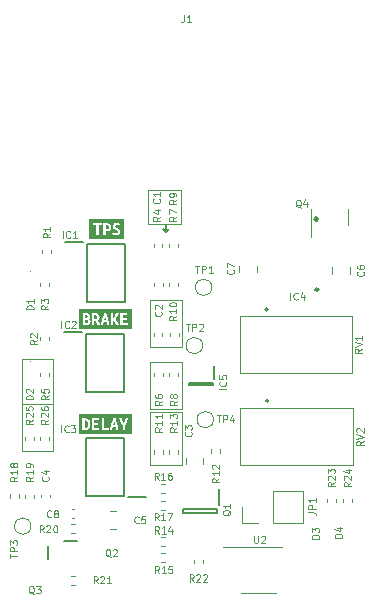
<source format=gbr>
%TF.GenerationSoftware,KiCad,Pcbnew,(6.0.8)*%
%TF.CreationDate,2023-06-01T04:31:02+02:00*%
%TF.ProjectId,BSPD-07,42535044-2d30-4372-9e6b-696361645f70,rev?*%
%TF.SameCoordinates,Original*%
%TF.FileFunction,Legend,Top*%
%TF.FilePolarity,Positive*%
%FSLAX46Y46*%
G04 Gerber Fmt 4.6, Leading zero omitted, Abs format (unit mm)*
G04 Created by KiCad (PCBNEW (6.0.8)) date 2023-06-01 04:31:02*
%MOMM*%
%LPD*%
G01*
G04 APERTURE LIST*
%ADD10C,0.150000*%
%ADD11C,0.100000*%
%ADD12C,0.120000*%
%ADD13C,0.200000*%
%ADD14C,0.250000*%
%ADD15C,0.300000*%
G04 APERTURE END LIST*
D10*
X162201600Y-104165400D02*
X162455600Y-103860600D01*
X161947600Y-103860600D02*
X162201600Y-104165400D01*
X162201600Y-103555800D02*
X162201600Y-104165400D01*
D11*
X160880800Y-109931200D02*
X163522400Y-109931200D01*
X163522400Y-109931200D02*
X163522400Y-113893600D01*
X163522400Y-113893600D02*
X160880800Y-113893600D01*
X160880800Y-113893600D02*
X160880800Y-109931200D01*
X160677600Y-100558600D02*
X163471600Y-100558600D01*
X163471600Y-100558600D02*
X163471600Y-103505000D01*
X163471600Y-103505000D02*
X160677600Y-103505000D01*
X160677600Y-103505000D02*
X160677600Y-100558600D01*
X150009600Y-114922300D02*
X152651200Y-114922300D01*
X152651200Y-114922300D02*
X152651200Y-118681500D01*
X152651200Y-118681500D02*
X150009600Y-118681500D01*
X150009600Y-118681500D02*
X150009600Y-114922300D01*
X160880800Y-119405400D02*
X163522400Y-119405400D01*
X163522400Y-119405400D02*
X163522400Y-123875800D01*
X163522400Y-123875800D02*
X160880800Y-123875800D01*
X160880800Y-123875800D02*
X160880800Y-119405400D01*
X160880800Y-115163600D02*
X163522400Y-115163600D01*
X163522400Y-115163600D02*
X163522400Y-119126000D01*
X163522400Y-119126000D02*
X160880800Y-119126000D01*
X160880800Y-119126000D02*
X160880800Y-115163600D01*
X150009600Y-118694200D02*
X152651200Y-118694200D01*
X152651200Y-118694200D02*
X152651200Y-122732800D01*
X152651200Y-122732800D02*
X150009600Y-122732800D01*
X150009600Y-122732800D02*
X150009600Y-118694200D01*
%TO.C,TP2*%
X163901457Y-111914028D02*
X164244314Y-111914028D01*
X164072885Y-112514028D02*
X164072885Y-111914028D01*
X164444314Y-112514028D02*
X164444314Y-111914028D01*
X164672885Y-111914028D01*
X164730028Y-111942600D01*
X164758600Y-111971171D01*
X164787171Y-112028314D01*
X164787171Y-112114028D01*
X164758600Y-112171171D01*
X164730028Y-112199742D01*
X164672885Y-112228314D01*
X164444314Y-112228314D01*
X165015742Y-111971171D02*
X165044314Y-111942600D01*
X165101457Y-111914028D01*
X165244314Y-111914028D01*
X165301457Y-111942600D01*
X165330028Y-111971171D01*
X165358600Y-112028314D01*
X165358600Y-112085457D01*
X165330028Y-112171171D01*
X164987171Y-112514028D01*
X165358600Y-112514028D01*
%TO.C,R18*%
X149620628Y-124864800D02*
X149334914Y-125064800D01*
X149620628Y-125207657D02*
X149020628Y-125207657D01*
X149020628Y-124979086D01*
X149049200Y-124921943D01*
X149077771Y-124893371D01*
X149134914Y-124864800D01*
X149220628Y-124864800D01*
X149277771Y-124893371D01*
X149306342Y-124921943D01*
X149334914Y-124979086D01*
X149334914Y-125207657D01*
X149620628Y-124293371D02*
X149620628Y-124636228D01*
X149620628Y-124464800D02*
X149020628Y-124464800D01*
X149106342Y-124521943D01*
X149163485Y-124579086D01*
X149192057Y-124636228D01*
X149277771Y-123950514D02*
X149249200Y-124007657D01*
X149220628Y-124036228D01*
X149163485Y-124064800D01*
X149134914Y-124064800D01*
X149077771Y-124036228D01*
X149049200Y-124007657D01*
X149020628Y-123950514D01*
X149020628Y-123836228D01*
X149049200Y-123779086D01*
X149077771Y-123750514D01*
X149134914Y-123721943D01*
X149163485Y-123721943D01*
X149220628Y-123750514D01*
X149249200Y-123779086D01*
X149277771Y-123836228D01*
X149277771Y-123950514D01*
X149306342Y-124007657D01*
X149334914Y-124036228D01*
X149392057Y-124064800D01*
X149506342Y-124064800D01*
X149563485Y-124036228D01*
X149592057Y-124007657D01*
X149620628Y-123950514D01*
X149620628Y-123836228D01*
X149592057Y-123779086D01*
X149563485Y-123750514D01*
X149506342Y-123721943D01*
X149392057Y-123721943D01*
X149334914Y-123750514D01*
X149306342Y-123779086D01*
X149277771Y-123836228D01*
%TO.C,R23*%
X176493828Y-125353714D02*
X176208114Y-125553714D01*
X176493828Y-125696571D02*
X175893828Y-125696571D01*
X175893828Y-125468000D01*
X175922400Y-125410857D01*
X175950971Y-125382285D01*
X176008114Y-125353714D01*
X176093828Y-125353714D01*
X176150971Y-125382285D01*
X176179542Y-125410857D01*
X176208114Y-125468000D01*
X176208114Y-125696571D01*
X175950971Y-125125142D02*
X175922400Y-125096571D01*
X175893828Y-125039428D01*
X175893828Y-124896571D01*
X175922400Y-124839428D01*
X175950971Y-124810857D01*
X176008114Y-124782285D01*
X176065257Y-124782285D01*
X176150971Y-124810857D01*
X176493828Y-125153714D01*
X176493828Y-124782285D01*
X175893828Y-124582285D02*
X175893828Y-124210857D01*
X176122400Y-124410857D01*
X176122400Y-124325142D01*
X176150971Y-124268000D01*
X176179542Y-124239428D01*
X176236685Y-124210857D01*
X176379542Y-124210857D01*
X176436685Y-124239428D01*
X176465257Y-124268000D01*
X176493828Y-124325142D01*
X176493828Y-124496571D01*
X176465257Y-124553714D01*
X176436685Y-124582285D01*
%TO.C,R15*%
X161614685Y-133037228D02*
X161414685Y-132751514D01*
X161271828Y-133037228D02*
X161271828Y-132437228D01*
X161500400Y-132437228D01*
X161557542Y-132465800D01*
X161586114Y-132494371D01*
X161614685Y-132551514D01*
X161614685Y-132637228D01*
X161586114Y-132694371D01*
X161557542Y-132722942D01*
X161500400Y-132751514D01*
X161271828Y-132751514D01*
X162186114Y-133037228D02*
X161843257Y-133037228D01*
X162014685Y-133037228D02*
X162014685Y-132437228D01*
X161957542Y-132522942D01*
X161900400Y-132580085D01*
X161843257Y-132608657D01*
X162728971Y-132437228D02*
X162443257Y-132437228D01*
X162414685Y-132722942D01*
X162443257Y-132694371D01*
X162500400Y-132665800D01*
X162643257Y-132665800D01*
X162700400Y-132694371D01*
X162728971Y-132722942D01*
X162757542Y-132780085D01*
X162757542Y-132922942D01*
X162728971Y-132980085D01*
X162700400Y-133008657D01*
X162643257Y-133037228D01*
X162500400Y-133037228D01*
X162443257Y-133008657D01*
X162414685Y-132980085D01*
%TO.C,C5*%
X159891800Y-128763685D02*
X159863228Y-128792257D01*
X159777514Y-128820828D01*
X159720371Y-128820828D01*
X159634657Y-128792257D01*
X159577514Y-128735114D01*
X159548942Y-128677971D01*
X159520371Y-128563685D01*
X159520371Y-128477971D01*
X159548942Y-128363685D01*
X159577514Y-128306542D01*
X159634657Y-128249400D01*
X159720371Y-128220828D01*
X159777514Y-128220828D01*
X159863228Y-128249400D01*
X159891800Y-128277971D01*
X160434657Y-128220828D02*
X160148942Y-128220828D01*
X160120371Y-128506542D01*
X160148942Y-128477971D01*
X160206085Y-128449400D01*
X160348942Y-128449400D01*
X160406085Y-128477971D01*
X160434657Y-128506542D01*
X160463228Y-128563685D01*
X160463228Y-128706542D01*
X160434657Y-128763685D01*
X160406085Y-128792257D01*
X160348942Y-128820828D01*
X160206085Y-128820828D01*
X160148942Y-128792257D01*
X160120371Y-128763685D01*
%TO.C,D2*%
X150942228Y-118324257D02*
X150342228Y-118324257D01*
X150342228Y-118181400D01*
X150370800Y-118095685D01*
X150427942Y-118038542D01*
X150485085Y-118009971D01*
X150599371Y-117981400D01*
X150685085Y-117981400D01*
X150799371Y-118009971D01*
X150856514Y-118038542D01*
X150913657Y-118095685D01*
X150942228Y-118181400D01*
X150942228Y-118324257D01*
X150399371Y-117752828D02*
X150370800Y-117724257D01*
X150342228Y-117667114D01*
X150342228Y-117524257D01*
X150370800Y-117467114D01*
X150399371Y-117438542D01*
X150456514Y-117409971D01*
X150513657Y-117409971D01*
X150599371Y-117438542D01*
X150942228Y-117781400D01*
X150942228Y-117409971D01*
%TO.C,R4*%
X161711028Y-102843000D02*
X161425314Y-103043000D01*
X161711028Y-103185857D02*
X161111028Y-103185857D01*
X161111028Y-102957285D01*
X161139600Y-102900142D01*
X161168171Y-102871571D01*
X161225314Y-102843000D01*
X161311028Y-102843000D01*
X161368171Y-102871571D01*
X161396742Y-102900142D01*
X161425314Y-102957285D01*
X161425314Y-103185857D01*
X161311028Y-102328714D02*
X161711028Y-102328714D01*
X161082457Y-102471571D02*
X161511028Y-102614428D01*
X161511028Y-102243000D01*
%TO.C,RV1*%
X178779828Y-114022142D02*
X178494114Y-114222142D01*
X178779828Y-114365000D02*
X178179828Y-114365000D01*
X178179828Y-114136428D01*
X178208400Y-114079285D01*
X178236971Y-114050714D01*
X178294114Y-114022142D01*
X178379828Y-114022142D01*
X178436971Y-114050714D01*
X178465542Y-114079285D01*
X178494114Y-114136428D01*
X178494114Y-114365000D01*
X178179828Y-113850714D02*
X178779828Y-113650714D01*
X178179828Y-113450714D01*
X178779828Y-112936428D02*
X178779828Y-113279285D01*
X178779828Y-113107857D02*
X178179828Y-113107857D01*
X178265542Y-113165000D01*
X178322685Y-113222142D01*
X178351257Y-113279285D01*
%TO.C,IC1*%
X153462485Y-104665428D02*
X153462485Y-104065428D01*
X154091057Y-104608285D02*
X154062485Y-104636857D01*
X153976771Y-104665428D01*
X153919628Y-104665428D01*
X153833914Y-104636857D01*
X153776771Y-104579714D01*
X153748200Y-104522571D01*
X153719628Y-104408285D01*
X153719628Y-104322571D01*
X153748200Y-104208285D01*
X153776771Y-104151142D01*
X153833914Y-104094000D01*
X153919628Y-104065428D01*
X153976771Y-104065428D01*
X154062485Y-104094000D01*
X154091057Y-104122571D01*
X154662485Y-104665428D02*
X154319628Y-104665428D01*
X154491057Y-104665428D02*
X154491057Y-104065428D01*
X154433914Y-104151142D01*
X154376771Y-104208285D01*
X154319628Y-104236857D01*
%TO.C,C4*%
X152230485Y-124864800D02*
X152259057Y-124893371D01*
X152287628Y-124979085D01*
X152287628Y-125036228D01*
X152259057Y-125121942D01*
X152201914Y-125179085D01*
X152144771Y-125207657D01*
X152030485Y-125236228D01*
X151944771Y-125236228D01*
X151830485Y-125207657D01*
X151773342Y-125179085D01*
X151716200Y-125121942D01*
X151687628Y-125036228D01*
X151687628Y-124979085D01*
X151716200Y-124893371D01*
X151744771Y-124864800D01*
X151887628Y-124350514D02*
X152287628Y-124350514D01*
X151659057Y-124493371D02*
X152087628Y-124636228D01*
X152087628Y-124264800D01*
%TO.C,C3*%
X164320885Y-121080200D02*
X164349457Y-121108771D01*
X164378028Y-121194485D01*
X164378028Y-121251628D01*
X164349457Y-121337342D01*
X164292314Y-121394485D01*
X164235171Y-121423057D01*
X164120885Y-121451628D01*
X164035171Y-121451628D01*
X163920885Y-121423057D01*
X163863742Y-121394485D01*
X163806600Y-121337342D01*
X163778028Y-121251628D01*
X163778028Y-121194485D01*
X163806600Y-121108771D01*
X163835171Y-121080200D01*
X163778028Y-120880200D02*
X163778028Y-120508771D01*
X164006600Y-120708771D01*
X164006600Y-120623057D01*
X164035171Y-120565914D01*
X164063742Y-120537342D01*
X164120885Y-120508771D01*
X164263742Y-120508771D01*
X164320885Y-120537342D01*
X164349457Y-120565914D01*
X164378028Y-120623057D01*
X164378028Y-120794485D01*
X164349457Y-120851628D01*
X164320885Y-120880200D01*
%TO.C,R5*%
X152262228Y-117981400D02*
X151976514Y-118181400D01*
X152262228Y-118324257D02*
X151662228Y-118324257D01*
X151662228Y-118095685D01*
X151690800Y-118038542D01*
X151719371Y-118009971D01*
X151776514Y-117981400D01*
X151862228Y-117981400D01*
X151919371Y-118009971D01*
X151947942Y-118038542D01*
X151976514Y-118095685D01*
X151976514Y-118324257D01*
X151662228Y-117438542D02*
X151662228Y-117724257D01*
X151947942Y-117752828D01*
X151919371Y-117724257D01*
X151890800Y-117667114D01*
X151890800Y-117524257D01*
X151919371Y-117467114D01*
X151947942Y-117438542D01*
X152005085Y-117409971D01*
X152147942Y-117409971D01*
X152205085Y-117438542D01*
X152233657Y-117467114D01*
X152262228Y-117524257D01*
X152262228Y-117667114D01*
X152233657Y-117724257D01*
X152205085Y-117752828D01*
%TO.C,R12*%
X166696228Y-124998114D02*
X166410514Y-125198114D01*
X166696228Y-125340971D02*
X166096228Y-125340971D01*
X166096228Y-125112400D01*
X166124800Y-125055257D01*
X166153371Y-125026685D01*
X166210514Y-124998114D01*
X166296228Y-124998114D01*
X166353371Y-125026685D01*
X166381942Y-125055257D01*
X166410514Y-125112400D01*
X166410514Y-125340971D01*
X166696228Y-124426685D02*
X166696228Y-124769542D01*
X166696228Y-124598114D02*
X166096228Y-124598114D01*
X166181942Y-124655257D01*
X166239085Y-124712400D01*
X166267657Y-124769542D01*
X166153371Y-124198114D02*
X166124800Y-124169542D01*
X166096228Y-124112400D01*
X166096228Y-123969542D01*
X166124800Y-123912400D01*
X166153371Y-123883828D01*
X166210514Y-123855257D01*
X166267657Y-123855257D01*
X166353371Y-123883828D01*
X166696228Y-124226685D01*
X166696228Y-123855257D01*
%TO.C,R7*%
X163082628Y-102843000D02*
X162796914Y-103043000D01*
X163082628Y-103185857D02*
X162482628Y-103185857D01*
X162482628Y-102957285D01*
X162511200Y-102900142D01*
X162539771Y-102871571D01*
X162596914Y-102843000D01*
X162682628Y-102843000D01*
X162739771Y-102871571D01*
X162768342Y-102900142D01*
X162796914Y-102957285D01*
X162796914Y-103185857D01*
X162482628Y-102643000D02*
X162482628Y-102243000D01*
X163082628Y-102500142D01*
%TO.C,R20*%
X151859085Y-129582828D02*
X151659085Y-129297114D01*
X151516228Y-129582828D02*
X151516228Y-128982828D01*
X151744800Y-128982828D01*
X151801942Y-129011400D01*
X151830514Y-129039971D01*
X151859085Y-129097114D01*
X151859085Y-129182828D01*
X151830514Y-129239971D01*
X151801942Y-129268542D01*
X151744800Y-129297114D01*
X151516228Y-129297114D01*
X152087657Y-129039971D02*
X152116228Y-129011400D01*
X152173371Y-128982828D01*
X152316228Y-128982828D01*
X152373371Y-129011400D01*
X152401942Y-129039971D01*
X152430514Y-129097114D01*
X152430514Y-129154257D01*
X152401942Y-129239971D01*
X152059085Y-129582828D01*
X152430514Y-129582828D01*
X152801942Y-128982828D02*
X152859085Y-128982828D01*
X152916228Y-129011400D01*
X152944800Y-129039971D01*
X152973371Y-129097114D01*
X153001942Y-129211400D01*
X153001942Y-129354257D01*
X152973371Y-129468542D01*
X152944800Y-129525685D01*
X152916228Y-129554257D01*
X152859085Y-129582828D01*
X152801942Y-129582828D01*
X152744800Y-129554257D01*
X152716228Y-129525685D01*
X152687657Y-129468542D01*
X152659085Y-129354257D01*
X152659085Y-129211400D01*
X152687657Y-129097114D01*
X152716228Y-129039971D01*
X152744800Y-129011400D01*
X152801942Y-128982828D01*
%TO.C,D4*%
X177103428Y-130033657D02*
X176503428Y-130033657D01*
X176503428Y-129890800D01*
X176532000Y-129805085D01*
X176589142Y-129747942D01*
X176646285Y-129719371D01*
X176760571Y-129690800D01*
X176846285Y-129690800D01*
X176960571Y-129719371D01*
X177017714Y-129747942D01*
X177074857Y-129805085D01*
X177103428Y-129890800D01*
X177103428Y-130033657D01*
X176703428Y-129176514D02*
X177103428Y-129176514D01*
X176474857Y-129319371D02*
X176903428Y-129462228D01*
X176903428Y-129090800D01*
%TO.C,D3*%
X175173028Y-130135257D02*
X174573028Y-130135257D01*
X174573028Y-129992400D01*
X174601600Y-129906685D01*
X174658742Y-129849542D01*
X174715885Y-129820971D01*
X174830171Y-129792400D01*
X174915885Y-129792400D01*
X175030171Y-129820971D01*
X175087314Y-129849542D01*
X175144457Y-129906685D01*
X175173028Y-129992400D01*
X175173028Y-130135257D01*
X174573028Y-129592400D02*
X174573028Y-129220971D01*
X174801600Y-129420971D01*
X174801600Y-129335257D01*
X174830171Y-129278114D01*
X174858742Y-129249542D01*
X174915885Y-129220971D01*
X175058742Y-129220971D01*
X175115885Y-129249542D01*
X175144457Y-129278114D01*
X175173028Y-129335257D01*
X175173028Y-129506685D01*
X175144457Y-129563828D01*
X175115885Y-129592400D01*
%TO.C,R11*%
X161863428Y-120705514D02*
X161577714Y-120905514D01*
X161863428Y-121048371D02*
X161263428Y-121048371D01*
X161263428Y-120819800D01*
X161292000Y-120762657D01*
X161320571Y-120734085D01*
X161377714Y-120705514D01*
X161463428Y-120705514D01*
X161520571Y-120734085D01*
X161549142Y-120762657D01*
X161577714Y-120819800D01*
X161577714Y-121048371D01*
X161863428Y-120134085D02*
X161863428Y-120476942D01*
X161863428Y-120305514D02*
X161263428Y-120305514D01*
X161349142Y-120362657D01*
X161406285Y-120419800D01*
X161434857Y-120476942D01*
X161863428Y-119562657D02*
X161863428Y-119905514D01*
X161863428Y-119734085D02*
X161263428Y-119734085D01*
X161349142Y-119791228D01*
X161406285Y-119848371D01*
X161434857Y-119905514D01*
%TO.C,R21*%
X156431085Y-133900828D02*
X156231085Y-133615114D01*
X156088228Y-133900828D02*
X156088228Y-133300828D01*
X156316800Y-133300828D01*
X156373942Y-133329400D01*
X156402514Y-133357971D01*
X156431085Y-133415114D01*
X156431085Y-133500828D01*
X156402514Y-133557971D01*
X156373942Y-133586542D01*
X156316800Y-133615114D01*
X156088228Y-133615114D01*
X156659657Y-133357971D02*
X156688228Y-133329400D01*
X156745371Y-133300828D01*
X156888228Y-133300828D01*
X156945371Y-133329400D01*
X156973942Y-133357971D01*
X157002514Y-133415114D01*
X157002514Y-133472257D01*
X156973942Y-133557971D01*
X156631085Y-133900828D01*
X157002514Y-133900828D01*
X157573942Y-133900828D02*
X157231085Y-133900828D01*
X157402514Y-133900828D02*
X157402514Y-133300828D01*
X157345371Y-133386542D01*
X157288228Y-133443685D01*
X157231085Y-133472257D01*
%TO.C,IC2*%
X153360885Y-112285428D02*
X153360885Y-111685428D01*
X153989457Y-112228285D02*
X153960885Y-112256857D01*
X153875171Y-112285428D01*
X153818028Y-112285428D01*
X153732314Y-112256857D01*
X153675171Y-112199714D01*
X153646600Y-112142571D01*
X153618028Y-112028285D01*
X153618028Y-111942571D01*
X153646600Y-111828285D01*
X153675171Y-111771142D01*
X153732314Y-111714000D01*
X153818028Y-111685428D01*
X153875171Y-111685428D01*
X153960885Y-111714000D01*
X153989457Y-111742571D01*
X154218028Y-111742571D02*
X154246600Y-111714000D01*
X154303742Y-111685428D01*
X154446600Y-111685428D01*
X154503742Y-111714000D01*
X154532314Y-111742571D01*
X154560885Y-111799714D01*
X154560885Y-111856857D01*
X154532314Y-111942571D01*
X154189457Y-112285428D01*
X154560885Y-112285428D01*
%TO.C,IC4*%
X172741085Y-109897828D02*
X172741085Y-109297828D01*
X173369657Y-109840685D02*
X173341085Y-109869257D01*
X173255371Y-109897828D01*
X173198228Y-109897828D01*
X173112514Y-109869257D01*
X173055371Y-109812114D01*
X173026800Y-109754971D01*
X172998228Y-109640685D01*
X172998228Y-109554971D01*
X173026800Y-109440685D01*
X173055371Y-109383542D01*
X173112514Y-109326400D01*
X173198228Y-109297828D01*
X173255371Y-109297828D01*
X173341085Y-109326400D01*
X173369657Y-109354971D01*
X173883942Y-109497828D02*
X173883942Y-109897828D01*
X173741085Y-109269257D02*
X173598228Y-109697828D01*
X173969657Y-109697828D01*
%TO.C,C2*%
X161780885Y-110894800D02*
X161809457Y-110923371D01*
X161838028Y-111009085D01*
X161838028Y-111066228D01*
X161809457Y-111151942D01*
X161752314Y-111209085D01*
X161695171Y-111237657D01*
X161580885Y-111266228D01*
X161495171Y-111266228D01*
X161380885Y-111237657D01*
X161323742Y-111209085D01*
X161266600Y-111151942D01*
X161238028Y-111066228D01*
X161238028Y-111009085D01*
X161266600Y-110923371D01*
X161295171Y-110894800D01*
X161295171Y-110666228D02*
X161266600Y-110637657D01*
X161238028Y-110580514D01*
X161238028Y-110437657D01*
X161266600Y-110380514D01*
X161295171Y-110351942D01*
X161352314Y-110323371D01*
X161409457Y-110323371D01*
X161495171Y-110351942D01*
X161838028Y-110694800D01*
X161838028Y-110323371D01*
%TO.C,D1*%
X150992228Y-110704257D02*
X150392228Y-110704257D01*
X150392228Y-110561400D01*
X150420800Y-110475685D01*
X150477942Y-110418542D01*
X150535085Y-110389971D01*
X150649371Y-110361400D01*
X150735085Y-110361400D01*
X150849371Y-110389971D01*
X150906514Y-110418542D01*
X150963657Y-110475685D01*
X150992228Y-110561400D01*
X150992228Y-110704257D01*
X150992228Y-109789971D02*
X150992228Y-110132828D01*
X150992228Y-109961400D02*
X150392228Y-109961400D01*
X150477942Y-110018542D01*
X150535085Y-110075685D01*
X150563657Y-110132828D01*
%TO.C,C6*%
X178929485Y-107516600D02*
X178958057Y-107545171D01*
X178986628Y-107630885D01*
X178986628Y-107688028D01*
X178958057Y-107773742D01*
X178900914Y-107830885D01*
X178843771Y-107859457D01*
X178729485Y-107888028D01*
X178643771Y-107888028D01*
X178529485Y-107859457D01*
X178472342Y-107830885D01*
X178415200Y-107773742D01*
X178386628Y-107688028D01*
X178386628Y-107630885D01*
X178415200Y-107545171D01*
X178443771Y-107516600D01*
X178386628Y-107002314D02*
X178386628Y-107116600D01*
X178415200Y-107173742D01*
X178443771Y-107202314D01*
X178529485Y-107259457D01*
X178643771Y-107288028D01*
X178872342Y-107288028D01*
X178929485Y-107259457D01*
X178958057Y-107230885D01*
X178986628Y-107173742D01*
X178986628Y-107059457D01*
X178958057Y-107002314D01*
X178929485Y-106973742D01*
X178872342Y-106945171D01*
X178729485Y-106945171D01*
X178672342Y-106973742D01*
X178643771Y-107002314D01*
X178615200Y-107059457D01*
X178615200Y-107173742D01*
X178643771Y-107230885D01*
X178672342Y-107259457D01*
X178729485Y-107288028D01*
%TO.C,R9*%
X163082628Y-101420600D02*
X162796914Y-101620600D01*
X163082628Y-101763457D02*
X162482628Y-101763457D01*
X162482628Y-101534885D01*
X162511200Y-101477742D01*
X162539771Y-101449171D01*
X162596914Y-101420600D01*
X162682628Y-101420600D01*
X162739771Y-101449171D01*
X162768342Y-101477742D01*
X162796914Y-101534885D01*
X162796914Y-101763457D01*
X163082628Y-101134885D02*
X163082628Y-101020600D01*
X163054057Y-100963457D01*
X163025485Y-100934885D01*
X162939771Y-100877742D01*
X162825485Y-100849171D01*
X162596914Y-100849171D01*
X162539771Y-100877742D01*
X162511200Y-100906314D01*
X162482628Y-100963457D01*
X162482628Y-101077742D01*
X162511200Y-101134885D01*
X162539771Y-101163457D01*
X162596914Y-101192028D01*
X162739771Y-101192028D01*
X162796914Y-101163457D01*
X162825485Y-101134885D01*
X162854057Y-101077742D01*
X162854057Y-100963457D01*
X162825485Y-100906314D01*
X162796914Y-100877742D01*
X162739771Y-100849171D01*
%TO.C,IC5*%
X167331228Y-117451114D02*
X166731228Y-117451114D01*
X167274085Y-116822542D02*
X167302657Y-116851114D01*
X167331228Y-116936828D01*
X167331228Y-116993971D01*
X167302657Y-117079685D01*
X167245514Y-117136828D01*
X167188371Y-117165400D01*
X167074085Y-117193971D01*
X166988371Y-117193971D01*
X166874085Y-117165400D01*
X166816942Y-117136828D01*
X166759800Y-117079685D01*
X166731228Y-116993971D01*
X166731228Y-116936828D01*
X166759800Y-116851114D01*
X166788371Y-116822542D01*
X166731228Y-116279685D02*
X166731228Y-116565400D01*
X167016942Y-116593971D01*
X166988371Y-116565400D01*
X166959800Y-116508257D01*
X166959800Y-116365400D01*
X166988371Y-116308257D01*
X167016942Y-116279685D01*
X167074085Y-116251114D01*
X167216942Y-116251114D01*
X167274085Y-116279685D01*
X167302657Y-116308257D01*
X167331228Y-116365400D01*
X167331228Y-116508257D01*
X167302657Y-116565400D01*
X167274085Y-116593971D01*
%TO.C,IC3*%
X153335485Y-121124628D02*
X153335485Y-120524628D01*
X153964057Y-121067485D02*
X153935485Y-121096057D01*
X153849771Y-121124628D01*
X153792628Y-121124628D01*
X153706914Y-121096057D01*
X153649771Y-121038914D01*
X153621200Y-120981771D01*
X153592628Y-120867485D01*
X153592628Y-120781771D01*
X153621200Y-120667485D01*
X153649771Y-120610342D01*
X153706914Y-120553200D01*
X153792628Y-120524628D01*
X153849771Y-120524628D01*
X153935485Y-120553200D01*
X153964057Y-120581771D01*
X154164057Y-120524628D02*
X154535485Y-120524628D01*
X154335485Y-120753200D01*
X154421200Y-120753200D01*
X154478342Y-120781771D01*
X154506914Y-120810342D01*
X154535485Y-120867485D01*
X154535485Y-121010342D01*
X154506914Y-121067485D01*
X154478342Y-121096057D01*
X154421200Y-121124628D01*
X154249771Y-121124628D01*
X154192628Y-121096057D01*
X154164057Y-121067485D01*
%TO.C,TP1*%
X164695657Y-107011828D02*
X165038514Y-107011828D01*
X164867085Y-107611828D02*
X164867085Y-107011828D01*
X165238514Y-107611828D02*
X165238514Y-107011828D01*
X165467085Y-107011828D01*
X165524228Y-107040400D01*
X165552800Y-107068971D01*
X165581371Y-107126114D01*
X165581371Y-107211828D01*
X165552800Y-107268971D01*
X165524228Y-107297542D01*
X165467085Y-107326114D01*
X165238514Y-107326114D01*
X166152800Y-107611828D02*
X165809942Y-107611828D01*
X165981371Y-107611828D02*
X165981371Y-107011828D01*
X165924228Y-107097542D01*
X165867085Y-107154685D01*
X165809942Y-107183257D01*
%TO.C,U2*%
X169669257Y-129897228D02*
X169669257Y-130382942D01*
X169697828Y-130440085D01*
X169726400Y-130468657D01*
X169783542Y-130497228D01*
X169897828Y-130497228D01*
X169954971Y-130468657D01*
X169983542Y-130440085D01*
X170012114Y-130382942D01*
X170012114Y-129897228D01*
X170269257Y-129954371D02*
X170297828Y-129925800D01*
X170354971Y-129897228D01*
X170497828Y-129897228D01*
X170554971Y-129925800D01*
X170583542Y-129954371D01*
X170612114Y-130011514D01*
X170612114Y-130068657D01*
X170583542Y-130154371D01*
X170240685Y-130497228D01*
X170612114Y-130497228D01*
%TO.C,R26*%
X152211428Y-120045114D02*
X151925714Y-120245114D01*
X152211428Y-120387971D02*
X151611428Y-120387971D01*
X151611428Y-120159400D01*
X151640000Y-120102257D01*
X151668571Y-120073685D01*
X151725714Y-120045114D01*
X151811428Y-120045114D01*
X151868571Y-120073685D01*
X151897142Y-120102257D01*
X151925714Y-120159400D01*
X151925714Y-120387971D01*
X151668571Y-119816542D02*
X151640000Y-119787971D01*
X151611428Y-119730828D01*
X151611428Y-119587971D01*
X151640000Y-119530828D01*
X151668571Y-119502257D01*
X151725714Y-119473685D01*
X151782857Y-119473685D01*
X151868571Y-119502257D01*
X152211428Y-119845114D01*
X152211428Y-119473685D01*
X151611428Y-118959400D02*
X151611428Y-119073685D01*
X151640000Y-119130828D01*
X151668571Y-119159400D01*
X151754285Y-119216542D01*
X151868571Y-119245114D01*
X152097142Y-119245114D01*
X152154285Y-119216542D01*
X152182857Y-119187971D01*
X152211428Y-119130828D01*
X152211428Y-119016542D01*
X152182857Y-118959400D01*
X152154285Y-118930828D01*
X152097142Y-118902257D01*
X151954285Y-118902257D01*
X151897142Y-118930828D01*
X151868571Y-118959400D01*
X151840000Y-119016542D01*
X151840000Y-119130828D01*
X151868571Y-119187971D01*
X151897142Y-119216542D01*
X151954285Y-119245114D01*
%TO.C,R10*%
X163082628Y-111256714D02*
X162796914Y-111456714D01*
X163082628Y-111599571D02*
X162482628Y-111599571D01*
X162482628Y-111371000D01*
X162511200Y-111313857D01*
X162539771Y-111285285D01*
X162596914Y-111256714D01*
X162682628Y-111256714D01*
X162739771Y-111285285D01*
X162768342Y-111313857D01*
X162796914Y-111371000D01*
X162796914Y-111599571D01*
X163082628Y-110685285D02*
X163082628Y-111028142D01*
X163082628Y-110856714D02*
X162482628Y-110856714D01*
X162568342Y-110913857D01*
X162625485Y-110971000D01*
X162654057Y-111028142D01*
X162482628Y-110313857D02*
X162482628Y-110256714D01*
X162511200Y-110199571D01*
X162539771Y-110171000D01*
X162596914Y-110142428D01*
X162711200Y-110113857D01*
X162854057Y-110113857D01*
X162968342Y-110142428D01*
X163025485Y-110171000D01*
X163054057Y-110199571D01*
X163082628Y-110256714D01*
X163082628Y-110313857D01*
X163054057Y-110371000D01*
X163025485Y-110399571D01*
X162968342Y-110428142D01*
X162854057Y-110456714D01*
X162711200Y-110456714D01*
X162596914Y-110428142D01*
X162539771Y-110399571D01*
X162511200Y-110371000D01*
X162482628Y-110313857D01*
%TO.C,RV2*%
X178932228Y-121845342D02*
X178646514Y-122045342D01*
X178932228Y-122188200D02*
X178332228Y-122188200D01*
X178332228Y-121959628D01*
X178360800Y-121902485D01*
X178389371Y-121873914D01*
X178446514Y-121845342D01*
X178532228Y-121845342D01*
X178589371Y-121873914D01*
X178617942Y-121902485D01*
X178646514Y-121959628D01*
X178646514Y-122188200D01*
X178332228Y-121673914D02*
X178932228Y-121473914D01*
X178332228Y-121273914D01*
X178389371Y-121102485D02*
X178360800Y-121073914D01*
X178332228Y-121016771D01*
X178332228Y-120873914D01*
X178360800Y-120816771D01*
X178389371Y-120788200D01*
X178446514Y-120759628D01*
X178503657Y-120759628D01*
X178589371Y-120788200D01*
X178932228Y-121131057D01*
X178932228Y-120759628D01*
%TO.C,R16*%
X161587285Y-125137828D02*
X161387285Y-124852114D01*
X161244428Y-125137828D02*
X161244428Y-124537828D01*
X161473000Y-124537828D01*
X161530142Y-124566400D01*
X161558714Y-124594971D01*
X161587285Y-124652114D01*
X161587285Y-124737828D01*
X161558714Y-124794971D01*
X161530142Y-124823542D01*
X161473000Y-124852114D01*
X161244428Y-124852114D01*
X162158714Y-125137828D02*
X161815857Y-125137828D01*
X161987285Y-125137828D02*
X161987285Y-124537828D01*
X161930142Y-124623542D01*
X161873000Y-124680685D01*
X161815857Y-124709257D01*
X162673000Y-124537828D02*
X162558714Y-124537828D01*
X162501571Y-124566400D01*
X162473000Y-124594971D01*
X162415857Y-124680685D01*
X162387285Y-124794971D01*
X162387285Y-125023542D01*
X162415857Y-125080685D01*
X162444428Y-125109257D01*
X162501571Y-125137828D01*
X162615857Y-125137828D01*
X162673000Y-125109257D01*
X162701571Y-125080685D01*
X162730142Y-125023542D01*
X162730142Y-124880685D01*
X162701571Y-124823542D01*
X162673000Y-124794971D01*
X162615857Y-124766400D01*
X162501571Y-124766400D01*
X162444428Y-124794971D01*
X162415857Y-124823542D01*
X162387285Y-124880685D01*
%TO.C,TP3*%
X148995228Y-131719542D02*
X148995228Y-131376685D01*
X149595228Y-131548114D02*
X148995228Y-131548114D01*
X149595228Y-131176685D02*
X148995228Y-131176685D01*
X148995228Y-130948114D01*
X149023800Y-130890971D01*
X149052371Y-130862400D01*
X149109514Y-130833828D01*
X149195228Y-130833828D01*
X149252371Y-130862400D01*
X149280942Y-130890971D01*
X149309514Y-130948114D01*
X149309514Y-131176685D01*
X148995228Y-130633828D02*
X148995228Y-130262400D01*
X149223800Y-130462400D01*
X149223800Y-130376685D01*
X149252371Y-130319542D01*
X149280942Y-130290971D01*
X149338085Y-130262400D01*
X149480942Y-130262400D01*
X149538085Y-130290971D01*
X149566657Y-130319542D01*
X149595228Y-130376685D01*
X149595228Y-130548114D01*
X149566657Y-130605257D01*
X149538085Y-130633828D01*
%TO.C,R14*%
X161614685Y-129684428D02*
X161414685Y-129398714D01*
X161271828Y-129684428D02*
X161271828Y-129084428D01*
X161500400Y-129084428D01*
X161557542Y-129113000D01*
X161586114Y-129141571D01*
X161614685Y-129198714D01*
X161614685Y-129284428D01*
X161586114Y-129341571D01*
X161557542Y-129370142D01*
X161500400Y-129398714D01*
X161271828Y-129398714D01*
X162186114Y-129684428D02*
X161843257Y-129684428D01*
X162014685Y-129684428D02*
X162014685Y-129084428D01*
X161957542Y-129170142D01*
X161900400Y-129227285D01*
X161843257Y-129255857D01*
X162700400Y-129284428D02*
X162700400Y-129684428D01*
X162557542Y-129055857D02*
X162414685Y-129484428D01*
X162786114Y-129484428D01*
%TO.C,R8*%
X163140228Y-118438600D02*
X162854514Y-118638600D01*
X163140228Y-118781457D02*
X162540228Y-118781457D01*
X162540228Y-118552885D01*
X162568800Y-118495742D01*
X162597371Y-118467171D01*
X162654514Y-118438600D01*
X162740228Y-118438600D01*
X162797371Y-118467171D01*
X162825942Y-118495742D01*
X162854514Y-118552885D01*
X162854514Y-118781457D01*
X162797371Y-118095742D02*
X162768800Y-118152885D01*
X162740228Y-118181457D01*
X162683085Y-118210028D01*
X162654514Y-118210028D01*
X162597371Y-118181457D01*
X162568800Y-118152885D01*
X162540228Y-118095742D01*
X162540228Y-117981457D01*
X162568800Y-117924314D01*
X162597371Y-117895742D01*
X162654514Y-117867171D01*
X162683085Y-117867171D01*
X162740228Y-117895742D01*
X162768800Y-117924314D01*
X162797371Y-117981457D01*
X162797371Y-118095742D01*
X162825942Y-118152885D01*
X162854514Y-118181457D01*
X162911657Y-118210028D01*
X163025942Y-118210028D01*
X163083085Y-118181457D01*
X163111657Y-118152885D01*
X163140228Y-118095742D01*
X163140228Y-117981457D01*
X163111657Y-117924314D01*
X163083085Y-117895742D01*
X163025942Y-117867171D01*
X162911657Y-117867171D01*
X162854514Y-117895742D01*
X162825942Y-117924314D01*
X162797371Y-117981457D01*
%TO.C,C7*%
X167902285Y-107338800D02*
X167930857Y-107367371D01*
X167959428Y-107453085D01*
X167959428Y-107510228D01*
X167930857Y-107595942D01*
X167873714Y-107653085D01*
X167816571Y-107681657D01*
X167702285Y-107710228D01*
X167616571Y-107710228D01*
X167502285Y-107681657D01*
X167445142Y-107653085D01*
X167388000Y-107595942D01*
X167359428Y-107510228D01*
X167359428Y-107453085D01*
X167388000Y-107367371D01*
X167416571Y-107338800D01*
X167359428Y-107138800D02*
X167359428Y-106738800D01*
X167959428Y-106995942D01*
%TO.C,R2*%
X151297028Y-113307800D02*
X151011314Y-113507800D01*
X151297028Y-113650657D02*
X150697028Y-113650657D01*
X150697028Y-113422085D01*
X150725600Y-113364942D01*
X150754171Y-113336371D01*
X150811314Y-113307800D01*
X150897028Y-113307800D01*
X150954171Y-113336371D01*
X150982742Y-113364942D01*
X151011314Y-113422085D01*
X151011314Y-113650657D01*
X150754171Y-113079228D02*
X150725600Y-113050657D01*
X150697028Y-112993514D01*
X150697028Y-112850657D01*
X150725600Y-112793514D01*
X150754171Y-112764942D01*
X150811314Y-112736371D01*
X150868457Y-112736371D01*
X150954171Y-112764942D01*
X151297028Y-113107800D01*
X151297028Y-112736371D01*
%TO.C,R19*%
X150941428Y-124890200D02*
X150655714Y-125090200D01*
X150941428Y-125233057D02*
X150341428Y-125233057D01*
X150341428Y-125004486D01*
X150370000Y-124947343D01*
X150398571Y-124918771D01*
X150455714Y-124890200D01*
X150541428Y-124890200D01*
X150598571Y-124918771D01*
X150627142Y-124947343D01*
X150655714Y-125004486D01*
X150655714Y-125233057D01*
X150941428Y-124318771D02*
X150941428Y-124661628D01*
X150941428Y-124490200D02*
X150341428Y-124490200D01*
X150427142Y-124547343D01*
X150484285Y-124604486D01*
X150512857Y-124661628D01*
X150941428Y-124033057D02*
X150941428Y-123918771D01*
X150912857Y-123861628D01*
X150884285Y-123833057D01*
X150798571Y-123775914D01*
X150684285Y-123747343D01*
X150455714Y-123747343D01*
X150398571Y-123775914D01*
X150370000Y-123804486D01*
X150341428Y-123861628D01*
X150341428Y-123975914D01*
X150370000Y-124033057D01*
X150398571Y-124061628D01*
X150455714Y-124090200D01*
X150598571Y-124090200D01*
X150655714Y-124061628D01*
X150684285Y-124033057D01*
X150712857Y-123975914D01*
X150712857Y-123861628D01*
X150684285Y-123804486D01*
X150655714Y-123775914D01*
X150598571Y-123747343D01*
%TO.C,R3*%
X152218228Y-110361400D02*
X151932514Y-110561400D01*
X152218228Y-110704257D02*
X151618228Y-110704257D01*
X151618228Y-110475685D01*
X151646800Y-110418542D01*
X151675371Y-110389971D01*
X151732514Y-110361400D01*
X151818228Y-110361400D01*
X151875371Y-110389971D01*
X151903942Y-110418542D01*
X151932514Y-110475685D01*
X151932514Y-110704257D01*
X151618228Y-110161400D02*
X151618228Y-109789971D01*
X151846800Y-109989971D01*
X151846800Y-109904257D01*
X151875371Y-109847114D01*
X151903942Y-109818542D01*
X151961085Y-109789971D01*
X152103942Y-109789971D01*
X152161085Y-109818542D01*
X152189657Y-109847114D01*
X152218228Y-109904257D01*
X152218228Y-110075685D01*
X152189657Y-110132828D01*
X152161085Y-110161400D01*
%TO.C,R22*%
X164559085Y-133748428D02*
X164359085Y-133462714D01*
X164216228Y-133748428D02*
X164216228Y-133148428D01*
X164444800Y-133148428D01*
X164501942Y-133177000D01*
X164530514Y-133205571D01*
X164559085Y-133262714D01*
X164559085Y-133348428D01*
X164530514Y-133405571D01*
X164501942Y-133434142D01*
X164444800Y-133462714D01*
X164216228Y-133462714D01*
X164787657Y-133205571D02*
X164816228Y-133177000D01*
X164873371Y-133148428D01*
X165016228Y-133148428D01*
X165073371Y-133177000D01*
X165101942Y-133205571D01*
X165130514Y-133262714D01*
X165130514Y-133319857D01*
X165101942Y-133405571D01*
X164759085Y-133748428D01*
X165130514Y-133748428D01*
X165359085Y-133205571D02*
X165387657Y-133177000D01*
X165444800Y-133148428D01*
X165587657Y-133148428D01*
X165644800Y-133177000D01*
X165673371Y-133205571D01*
X165701942Y-133262714D01*
X165701942Y-133319857D01*
X165673371Y-133405571D01*
X165330514Y-133748428D01*
X165701942Y-133748428D01*
%TO.C,JP1*%
X174268228Y-127881000D02*
X174696800Y-127881000D01*
X174782514Y-127909571D01*
X174839657Y-127966714D01*
X174868228Y-128052428D01*
X174868228Y-128109571D01*
X174868228Y-127595285D02*
X174268228Y-127595285D01*
X174268228Y-127366714D01*
X174296800Y-127309571D01*
X174325371Y-127281000D01*
X174382514Y-127252428D01*
X174468228Y-127252428D01*
X174525371Y-127281000D01*
X174553942Y-127309571D01*
X174582514Y-127366714D01*
X174582514Y-127595285D01*
X174868228Y-126681000D02*
X174868228Y-127023857D01*
X174868228Y-126852428D02*
X174268228Y-126852428D01*
X174353942Y-126909571D01*
X174411085Y-126966714D01*
X174439657Y-127023857D01*
%TO.C,R25*%
X150916028Y-120045114D02*
X150630314Y-120245114D01*
X150916028Y-120387971D02*
X150316028Y-120387971D01*
X150316028Y-120159400D01*
X150344600Y-120102257D01*
X150373171Y-120073685D01*
X150430314Y-120045114D01*
X150516028Y-120045114D01*
X150573171Y-120073685D01*
X150601742Y-120102257D01*
X150630314Y-120159400D01*
X150630314Y-120387971D01*
X150373171Y-119816542D02*
X150344600Y-119787971D01*
X150316028Y-119730828D01*
X150316028Y-119587971D01*
X150344600Y-119530828D01*
X150373171Y-119502257D01*
X150430314Y-119473685D01*
X150487457Y-119473685D01*
X150573171Y-119502257D01*
X150916028Y-119845114D01*
X150916028Y-119473685D01*
X150316028Y-118930828D02*
X150316028Y-119216542D01*
X150601742Y-119245114D01*
X150573171Y-119216542D01*
X150544600Y-119159400D01*
X150544600Y-119016542D01*
X150573171Y-118959400D01*
X150601742Y-118930828D01*
X150658885Y-118902257D01*
X150801742Y-118902257D01*
X150858885Y-118930828D01*
X150887457Y-118959400D01*
X150916028Y-119016542D01*
X150916028Y-119159400D01*
X150887457Y-119216542D01*
X150858885Y-119245114D01*
%TO.C,R1*%
X152407828Y-104265400D02*
X152122114Y-104465400D01*
X152407828Y-104608257D02*
X151807828Y-104608257D01*
X151807828Y-104379685D01*
X151836400Y-104322542D01*
X151864971Y-104293971D01*
X151922114Y-104265400D01*
X152007828Y-104265400D01*
X152064971Y-104293971D01*
X152093542Y-104322542D01*
X152122114Y-104379685D01*
X152122114Y-104608257D01*
X152407828Y-103693971D02*
X152407828Y-104036828D01*
X152407828Y-103865400D02*
X151807828Y-103865400D01*
X151893542Y-103922542D01*
X151950685Y-103979685D01*
X151979257Y-104036828D01*
%TO.C,TP4*%
X166505857Y-119661028D02*
X166848714Y-119661028D01*
X166677285Y-120261028D02*
X166677285Y-119661028D01*
X167048714Y-120261028D02*
X167048714Y-119661028D01*
X167277285Y-119661028D01*
X167334428Y-119689600D01*
X167363000Y-119718171D01*
X167391571Y-119775314D01*
X167391571Y-119861028D01*
X167363000Y-119918171D01*
X167334428Y-119946742D01*
X167277285Y-119975314D01*
X167048714Y-119975314D01*
X167905857Y-119861028D02*
X167905857Y-120261028D01*
X167763000Y-119632457D02*
X167620142Y-120061028D01*
X167991571Y-120061028D01*
%TO.C,R24*%
X177865428Y-125353714D02*
X177579714Y-125553714D01*
X177865428Y-125696571D02*
X177265428Y-125696571D01*
X177265428Y-125468000D01*
X177294000Y-125410857D01*
X177322571Y-125382285D01*
X177379714Y-125353714D01*
X177465428Y-125353714D01*
X177522571Y-125382285D01*
X177551142Y-125410857D01*
X177579714Y-125468000D01*
X177579714Y-125696571D01*
X177322571Y-125125142D02*
X177294000Y-125096571D01*
X177265428Y-125039428D01*
X177265428Y-124896571D01*
X177294000Y-124839428D01*
X177322571Y-124810857D01*
X177379714Y-124782285D01*
X177436857Y-124782285D01*
X177522571Y-124810857D01*
X177865428Y-125153714D01*
X177865428Y-124782285D01*
X177465428Y-124268000D02*
X177865428Y-124268000D01*
X177236857Y-124410857D02*
X177665428Y-124553714D01*
X177665428Y-124182285D01*
%TO.C,R6*%
X161863428Y-118438600D02*
X161577714Y-118638600D01*
X161863428Y-118781457D02*
X161263428Y-118781457D01*
X161263428Y-118552885D01*
X161292000Y-118495742D01*
X161320571Y-118467171D01*
X161377714Y-118438600D01*
X161463428Y-118438600D01*
X161520571Y-118467171D01*
X161549142Y-118495742D01*
X161577714Y-118552885D01*
X161577714Y-118781457D01*
X161263428Y-117924314D02*
X161263428Y-118038600D01*
X161292000Y-118095742D01*
X161320571Y-118124314D01*
X161406285Y-118181457D01*
X161520571Y-118210028D01*
X161749142Y-118210028D01*
X161806285Y-118181457D01*
X161834857Y-118152885D01*
X161863428Y-118095742D01*
X161863428Y-117981457D01*
X161834857Y-117924314D01*
X161806285Y-117895742D01*
X161749142Y-117867171D01*
X161606285Y-117867171D01*
X161549142Y-117895742D01*
X161520571Y-117924314D01*
X161492000Y-117981457D01*
X161492000Y-118095742D01*
X161520571Y-118152885D01*
X161549142Y-118181457D01*
X161606285Y-118210028D01*
%TO.C,C1*%
X161653885Y-101369800D02*
X161682457Y-101398371D01*
X161711028Y-101484085D01*
X161711028Y-101541228D01*
X161682457Y-101626942D01*
X161625314Y-101684085D01*
X161568171Y-101712657D01*
X161453885Y-101741228D01*
X161368171Y-101741228D01*
X161253885Y-101712657D01*
X161196742Y-101684085D01*
X161139600Y-101626942D01*
X161111028Y-101541228D01*
X161111028Y-101484085D01*
X161139600Y-101398371D01*
X161168171Y-101369800D01*
X161711028Y-100798371D02*
X161711028Y-101141228D01*
X161711028Y-100969800D02*
X161111028Y-100969800D01*
X161196742Y-101026942D01*
X161253885Y-101084085D01*
X161282457Y-101141228D01*
%TO.C,Q1*%
X167686371Y-127685942D02*
X167657800Y-127743085D01*
X167600657Y-127800228D01*
X167514942Y-127885942D01*
X167486371Y-127943085D01*
X167486371Y-128000228D01*
X167629228Y-127971657D02*
X167600657Y-128028800D01*
X167543514Y-128085942D01*
X167429228Y-128114514D01*
X167229228Y-128114514D01*
X167114942Y-128085942D01*
X167057800Y-128028800D01*
X167029228Y-127971657D01*
X167029228Y-127857371D01*
X167057800Y-127800228D01*
X167114942Y-127743085D01*
X167229228Y-127714514D01*
X167429228Y-127714514D01*
X167543514Y-127743085D01*
X167600657Y-127800228D01*
X167629228Y-127857371D01*
X167629228Y-127971657D01*
X167629228Y-127143085D02*
X167629228Y-127485942D01*
X167629228Y-127314514D02*
X167029228Y-127314514D01*
X167114942Y-127371657D01*
X167172085Y-127428800D01*
X167200657Y-127485942D01*
%TO.C,Q3*%
X151044657Y-134796171D02*
X150987514Y-134767600D01*
X150930371Y-134710457D01*
X150844657Y-134624742D01*
X150787514Y-134596171D01*
X150730371Y-134596171D01*
X150758942Y-134739028D02*
X150701800Y-134710457D01*
X150644657Y-134653314D01*
X150616085Y-134539028D01*
X150616085Y-134339028D01*
X150644657Y-134224742D01*
X150701800Y-134167600D01*
X150758942Y-134139028D01*
X150873228Y-134139028D01*
X150930371Y-134167600D01*
X150987514Y-134224742D01*
X151016085Y-134339028D01*
X151016085Y-134539028D01*
X150987514Y-134653314D01*
X150930371Y-134710457D01*
X150873228Y-134739028D01*
X150758942Y-134739028D01*
X151216085Y-134139028D02*
X151587514Y-134139028D01*
X151387514Y-134367600D01*
X151473228Y-134367600D01*
X151530371Y-134396171D01*
X151558942Y-134424742D01*
X151587514Y-134481885D01*
X151587514Y-134624742D01*
X151558942Y-134681885D01*
X151530371Y-134710457D01*
X151473228Y-134739028D01*
X151301800Y-134739028D01*
X151244657Y-134710457D01*
X151216085Y-134681885D01*
%TO.C,Q4*%
X173650657Y-102080971D02*
X173593514Y-102052400D01*
X173536371Y-101995257D01*
X173450657Y-101909542D01*
X173393514Y-101880971D01*
X173336371Y-101880971D01*
X173364942Y-102023828D02*
X173307800Y-101995257D01*
X173250657Y-101938114D01*
X173222085Y-101823828D01*
X173222085Y-101623828D01*
X173250657Y-101509542D01*
X173307800Y-101452400D01*
X173364942Y-101423828D01*
X173479228Y-101423828D01*
X173536371Y-101452400D01*
X173593514Y-101509542D01*
X173622085Y-101623828D01*
X173622085Y-101823828D01*
X173593514Y-101938114D01*
X173536371Y-101995257D01*
X173479228Y-102023828D01*
X173364942Y-102023828D01*
X174136371Y-101623828D02*
X174136371Y-102023828D01*
X173993514Y-101395257D02*
X173850657Y-101823828D01*
X174222085Y-101823828D01*
%TO.C,R13*%
X163140228Y-120705514D02*
X162854514Y-120905514D01*
X163140228Y-121048371D02*
X162540228Y-121048371D01*
X162540228Y-120819800D01*
X162568800Y-120762657D01*
X162597371Y-120734085D01*
X162654514Y-120705514D01*
X162740228Y-120705514D01*
X162797371Y-120734085D01*
X162825942Y-120762657D01*
X162854514Y-120819800D01*
X162854514Y-121048371D01*
X163140228Y-120134085D02*
X163140228Y-120476942D01*
X163140228Y-120305514D02*
X162540228Y-120305514D01*
X162625942Y-120362657D01*
X162683085Y-120419800D01*
X162711657Y-120476942D01*
X162540228Y-119934085D02*
X162540228Y-119562657D01*
X162768800Y-119762657D01*
X162768800Y-119676942D01*
X162797371Y-119619800D01*
X162825942Y-119591228D01*
X162883085Y-119562657D01*
X163025942Y-119562657D01*
X163083085Y-119591228D01*
X163111657Y-119619800D01*
X163140228Y-119676942D01*
X163140228Y-119848371D01*
X163111657Y-119905514D01*
X163083085Y-119934085D01*
%TO.C,C8*%
X152500400Y-128255685D02*
X152471828Y-128284257D01*
X152386114Y-128312828D01*
X152328971Y-128312828D01*
X152243257Y-128284257D01*
X152186114Y-128227114D01*
X152157542Y-128169971D01*
X152128971Y-128055685D01*
X152128971Y-127969971D01*
X152157542Y-127855685D01*
X152186114Y-127798542D01*
X152243257Y-127741400D01*
X152328971Y-127712828D01*
X152386114Y-127712828D01*
X152471828Y-127741400D01*
X152500400Y-127769971D01*
X152843257Y-127969971D02*
X152786114Y-127941400D01*
X152757542Y-127912828D01*
X152728971Y-127855685D01*
X152728971Y-127827114D01*
X152757542Y-127769971D01*
X152786114Y-127741400D01*
X152843257Y-127712828D01*
X152957542Y-127712828D01*
X153014685Y-127741400D01*
X153043257Y-127769971D01*
X153071828Y-127827114D01*
X153071828Y-127855685D01*
X153043257Y-127912828D01*
X153014685Y-127941400D01*
X152957542Y-127969971D01*
X152843257Y-127969971D01*
X152786114Y-127998542D01*
X152757542Y-128027114D01*
X152728971Y-128084257D01*
X152728971Y-128198542D01*
X152757542Y-128255685D01*
X152786114Y-128284257D01*
X152843257Y-128312828D01*
X152957542Y-128312828D01*
X153014685Y-128284257D01*
X153043257Y-128255685D01*
X153071828Y-128198542D01*
X153071828Y-128084257D01*
X153043257Y-128027114D01*
X153014685Y-127998542D01*
X152957542Y-127969971D01*
%TO.C,R17*%
X161587285Y-128566828D02*
X161387285Y-128281114D01*
X161244428Y-128566828D02*
X161244428Y-127966828D01*
X161473000Y-127966828D01*
X161530142Y-127995400D01*
X161558714Y-128023971D01*
X161587285Y-128081114D01*
X161587285Y-128166828D01*
X161558714Y-128223971D01*
X161530142Y-128252542D01*
X161473000Y-128281114D01*
X161244428Y-128281114D01*
X162158714Y-128566828D02*
X161815857Y-128566828D01*
X161987285Y-128566828D02*
X161987285Y-127966828D01*
X161930142Y-128052542D01*
X161873000Y-128109685D01*
X161815857Y-128138257D01*
X162358714Y-127966828D02*
X162758714Y-127966828D01*
X162501571Y-128566828D01*
%TO.C,Q2*%
X157521657Y-131671971D02*
X157464514Y-131643400D01*
X157407371Y-131586257D01*
X157321657Y-131500542D01*
X157264514Y-131471971D01*
X157207371Y-131471971D01*
X157235942Y-131614828D02*
X157178800Y-131586257D01*
X157121657Y-131529114D01*
X157093085Y-131414828D01*
X157093085Y-131214828D01*
X157121657Y-131100542D01*
X157178800Y-131043400D01*
X157235942Y-131014828D01*
X157350228Y-131014828D01*
X157407371Y-131043400D01*
X157464514Y-131100542D01*
X157493085Y-131214828D01*
X157493085Y-131414828D01*
X157464514Y-131529114D01*
X157407371Y-131586257D01*
X157350228Y-131614828D01*
X157235942Y-131614828D01*
X157721657Y-131071971D02*
X157750228Y-131043400D01*
X157807371Y-131014828D01*
X157950228Y-131014828D01*
X158007371Y-131043400D01*
X158035942Y-131071971D01*
X158064514Y-131129114D01*
X158064514Y-131186257D01*
X158035942Y-131271971D01*
X157693085Y-131614828D01*
X158064514Y-131614828D01*
%TO.C,J1*%
X163728800Y-85793828D02*
X163728800Y-86222400D01*
X163700228Y-86308114D01*
X163643085Y-86365257D01*
X163557371Y-86393828D01*
X163500228Y-86393828D01*
X164328800Y-86393828D02*
X163985942Y-86393828D01*
X164157371Y-86393828D02*
X164157371Y-85793828D01*
X164100228Y-85879542D01*
X164043085Y-85936685D01*
X163985942Y-85965257D01*
D12*
%TO.C,TP2*%
X165314600Y-113766600D02*
G75*
G03*
X165314600Y-113766600I-700000J0D01*
G01*
%TO.C,R18*%
X149729200Y-126363759D02*
X149729200Y-126671041D01*
X148969200Y-126363759D02*
X148969200Y-126671041D01*
%TO.C,R23*%
X175842400Y-127026641D02*
X175842400Y-126719359D01*
X176602400Y-127026641D02*
X176602400Y-126719359D01*
%TO.C,R15*%
X161819359Y-131344400D02*
X162126641Y-131344400D01*
X161819359Y-132104400D02*
X162126641Y-132104400D01*
%TO.C,C5*%
X157967052Y-127814400D02*
X157444548Y-127814400D01*
X157967052Y-129284400D02*
X157444548Y-129284400D01*
D11*
%TO.C,D2*%
X150726800Y-115117400D02*
G75*
G03*
X150726800Y-115117400I-50000J0D01*
G01*
D12*
%TO.C,R4*%
X161170800Y-108764041D02*
X161170800Y-108456759D01*
X161930800Y-108764041D02*
X161930800Y-108456759D01*
D11*
%TO.C,RV1*%
X168460200Y-111300800D02*
X177990200Y-111300800D01*
X177990200Y-111300800D02*
X177990200Y-116130800D01*
X177990200Y-116130800D02*
X168460200Y-116130800D01*
D13*
X170625200Y-110715800D02*
X170625200Y-110715800D01*
X170825200Y-110715800D02*
X170825200Y-110715800D01*
D11*
X168460200Y-116130800D02*
X168460200Y-111300800D01*
D13*
X170825200Y-110715800D02*
G75*
G03*
X170625200Y-110715800I-100000J0D01*
G01*
X170625200Y-110715800D02*
G75*
G03*
X170825200Y-110715800I100000J0D01*
G01*
%TO.C,kibuzzard-64754577*%
G36*
X155497587Y-120115806D02*
G01*
X155562675Y-120189625D01*
X155596012Y-120295988D01*
X155605537Y-120419812D01*
X155602561Y-120489861D01*
X155593631Y-120553956D01*
X155553944Y-120659525D01*
X155480919Y-120729375D01*
X155369000Y-120754775D01*
X155351537Y-120754775D01*
X155334075Y-120753188D01*
X155334075Y-120092787D01*
X155362650Y-120088819D01*
X155391225Y-120088025D01*
X155497587Y-120115806D01*
G37*
G36*
X157858994Y-120225344D02*
G01*
X157884394Y-120323769D01*
X157905825Y-120421400D01*
X157924875Y-120523000D01*
X157732788Y-120523000D01*
X157752631Y-120421400D01*
X157774856Y-120323769D01*
X157800256Y-120225344D01*
X157829625Y-120119775D01*
X157858994Y-120225344D01*
G37*
G36*
X154808083Y-119587433D02*
G01*
X159333517Y-119587433D01*
X159333517Y-121255367D01*
X154808083Y-121255367D01*
X154808083Y-120900825D01*
X155138812Y-120900825D01*
X155245969Y-120919081D01*
X155348362Y-120924638D01*
X155444208Y-120917692D01*
X155468375Y-120911938D01*
X155946850Y-120911938D01*
X156577088Y-120911938D01*
X156753300Y-120911938D01*
X157370838Y-120911938D01*
X157448625Y-120911938D01*
X157651825Y-120911938D01*
X157696275Y-120684925D01*
X157958213Y-120684925D01*
X158004250Y-120911938D01*
X158213800Y-120911938D01*
X158187606Y-120800527D01*
X158161095Y-120692354D01*
X158134266Y-120587421D01*
X158107120Y-120485725D01*
X158079656Y-120387269D01*
X158045079Y-120267859D01*
X158010402Y-120151723D01*
X157975625Y-120038862D01*
X157940750Y-119929275D01*
X158248725Y-119929275D01*
X158289559Y-120035549D01*
X158331628Y-120138472D01*
X158374931Y-120238044D01*
X158421233Y-120336733D01*
X158472298Y-120437010D01*
X158528125Y-120538875D01*
X158528125Y-120911938D01*
X158724975Y-120911938D01*
X158724975Y-120537287D01*
X158767838Y-120460492D01*
X158807525Y-120385681D01*
X158844434Y-120311664D01*
X158878963Y-120237250D01*
X158911506Y-120162241D01*
X158942463Y-120086437D01*
X158972625Y-120009047D01*
X159002788Y-119929275D01*
X158801175Y-119929275D01*
X158762281Y-120043575D01*
X158740453Y-120106678D01*
X158717831Y-120168987D01*
X158671794Y-120286463D01*
X158631313Y-120378538D01*
X158584481Y-120275152D01*
X158539238Y-120161844D01*
X158496772Y-120044567D01*
X158458275Y-119929275D01*
X158248725Y-119929275D01*
X157940750Y-119929275D01*
X157728025Y-119929275D01*
X157694390Y-120037969D01*
X157660159Y-120149739D01*
X157625334Y-120264585D01*
X157589913Y-120382506D01*
X157561401Y-120480137D01*
X157533016Y-120581896D01*
X157504759Y-120687783D01*
X157476628Y-120797796D01*
X157448625Y-120911938D01*
X157370838Y-120911938D01*
X157370838Y-120750013D01*
X156950150Y-120750013D01*
X156950150Y-119929275D01*
X156753300Y-119929275D01*
X156753300Y-120911938D01*
X156577088Y-120911938D01*
X156577088Y-120750013D01*
X156142112Y-120750013D01*
X156142112Y-120473787D01*
X156489775Y-120473787D01*
X156489775Y-120311862D01*
X156142112Y-120311862D01*
X156142112Y-120091200D01*
X156542163Y-120091200D01*
X156542163Y-119929275D01*
X155946850Y-119929275D01*
X155946850Y-120911938D01*
X155468375Y-120911938D01*
X155531719Y-120896856D01*
X155609308Y-120860939D01*
X155675388Y-120808750D01*
X155729164Y-120739495D01*
X155769844Y-120652381D01*
X155795442Y-120546217D01*
X155803975Y-120419812D01*
X155796236Y-120296186D01*
X155773019Y-120192006D01*
X155735911Y-120105884D01*
X155686500Y-120036431D01*
X155624786Y-119983448D01*
X155550769Y-119946737D01*
X155466433Y-119925306D01*
X155373762Y-119918162D01*
X155264225Y-119922925D01*
X155138812Y-119941975D01*
X155138812Y-120900825D01*
X154808083Y-120900825D01*
X154808083Y-119587433D01*
G37*
%TO.C,IC1*%
X155507800Y-110046400D02*
X155507800Y-105142400D01*
X158703800Y-105142400D02*
X158703800Y-110046400D01*
X153630800Y-105014400D02*
X155157800Y-105014400D01*
X155507800Y-105142400D02*
X158703800Y-105142400D01*
X158703800Y-110046400D02*
X155507800Y-110046400D01*
D12*
%TO.C,C4*%
X152350800Y-126625236D02*
X152350800Y-126409564D01*
X151630800Y-126625236D02*
X151630800Y-126409564D01*
%TO.C,C3*%
X163911800Y-123796652D02*
X163911800Y-123274148D01*
X165381800Y-123796652D02*
X165381800Y-123274148D01*
%TO.C,R5*%
X151566800Y-116384041D02*
X151566800Y-116076759D01*
X152326800Y-116384041D02*
X152326800Y-116076759D01*
%TO.C,R12*%
X166044800Y-122863041D02*
X166044800Y-122555759D01*
X166804800Y-122863041D02*
X166804800Y-122555759D01*
%TO.C,R7*%
X162488800Y-108764041D02*
X162488800Y-108456759D01*
X163248800Y-108764041D02*
X163248800Y-108456759D01*
%TO.C,R20*%
X154481241Y-128880600D02*
X154173959Y-128880600D01*
X154481241Y-129640600D02*
X154173959Y-129640600D01*
D11*
%TO.C,D4*%
X177694800Y-130906600D02*
G75*
G03*
X177694800Y-130906600I-50000J0D01*
G01*
%TO.C,D3*%
X175866000Y-130994500D02*
G75*
G03*
X175866000Y-130994500I-50000J0D01*
G01*
D12*
%TO.C,R11*%
X161978800Y-122927041D02*
X161978800Y-122619759D01*
X161218800Y-122927041D02*
X161218800Y-122619759D01*
%TO.C,R21*%
X154481241Y-133249400D02*
X154173959Y-133249400D01*
X154481241Y-134009400D02*
X154173959Y-134009400D01*
D13*
%TO.C,IC2*%
X153551800Y-112634400D02*
X155078800Y-112634400D01*
X155428800Y-112762400D02*
X158624800Y-112762400D01*
X158624800Y-112762400D02*
X158624800Y-117666400D01*
X155428800Y-117666400D02*
X155428800Y-112762400D01*
X158624800Y-117666400D02*
X155428800Y-117666400D01*
D14*
%TO.C,IC4*%
X175098200Y-109016600D02*
G75*
G03*
X175098200Y-109016600I-125000J0D01*
G01*
D12*
%TO.C,C2*%
X161908000Y-112744364D02*
X161908000Y-112960036D01*
X161188000Y-112744364D02*
X161188000Y-112960036D01*
D11*
%TO.C,D1*%
X150777600Y-107493000D02*
G75*
G03*
X150777600Y-107493000I-50000J0D01*
G01*
D12*
%TO.C,C6*%
X177770200Y-107155348D02*
X177770200Y-107677852D01*
X176300200Y-107155348D02*
X176300200Y-107677852D01*
%TO.C,R9*%
X163200800Y-105462041D02*
X163200800Y-105154759D01*
X162440800Y-105462041D02*
X162440800Y-105154759D01*
D13*
%TO.C,IC5*%
X166179800Y-116917400D02*
X166179800Y-117067400D01*
X164129800Y-116917400D02*
X166179800Y-116917400D01*
X166179800Y-117067400D02*
X164129800Y-117067400D01*
X166254800Y-115517400D02*
X166254800Y-116567400D01*
X164129800Y-117067400D02*
X164129800Y-116917400D01*
%TO.C,IC3*%
X158624800Y-126495400D02*
X155428800Y-126495400D01*
X160501800Y-126623400D02*
X158974800Y-126623400D01*
X155428800Y-121591400D02*
X158624800Y-121591400D01*
X158624800Y-121591400D02*
X158624800Y-126495400D01*
X155428800Y-126495400D02*
X155428800Y-121591400D01*
D12*
%TO.C,TP1*%
X166102000Y-108839000D02*
G75*
G03*
X166102000Y-108839000I-700000J0D01*
G01*
%TO.C,U2*%
X167024800Y-130845800D02*
X172024800Y-130845800D01*
X171524800Y-134685800D02*
X168524800Y-134685800D01*
%TO.C,R26*%
X151560000Y-121794241D02*
X151560000Y-121486959D01*
X152320000Y-121794241D02*
X152320000Y-121486959D01*
%TO.C,R10*%
X163274200Y-112980441D02*
X163274200Y-112673159D01*
X162514200Y-112980441D02*
X162514200Y-112673159D01*
D11*
%TO.C,RV2*%
X178041000Y-119022400D02*
X178041000Y-123852400D01*
X178041000Y-123852400D02*
X168511000Y-123852400D01*
D13*
X170676000Y-118437400D02*
X170676000Y-118437400D01*
D11*
X168511000Y-119022400D02*
X178041000Y-119022400D01*
D13*
X170876000Y-118437400D02*
X170876000Y-118437400D01*
D11*
X168511000Y-123852400D02*
X168511000Y-119022400D01*
D13*
X170876000Y-118437400D02*
G75*
G03*
X170676000Y-118437400I-100000J0D01*
G01*
X170676000Y-118437400D02*
G75*
G03*
X170876000Y-118437400I100000J0D01*
G01*
D12*
%TO.C,R16*%
X161826159Y-125502400D02*
X162133441Y-125502400D01*
X161826159Y-126262400D02*
X162133441Y-126262400D01*
%TO.C,TP3*%
X150785800Y-129057400D02*
G75*
G03*
X150785800Y-129057400I-700000J0D01*
G01*
%TO.C,R14*%
X162126641Y-129947400D02*
X161819359Y-129947400D01*
X162126641Y-130707400D02*
X161819359Y-130707400D01*
%TO.C,R8*%
X163248800Y-116384041D02*
X163248800Y-116076759D01*
X162488800Y-116384041D02*
X162488800Y-116076759D01*
%TO.C,C7*%
X168426200Y-107028348D02*
X168426200Y-107550852D01*
X169896200Y-107028348D02*
X169896200Y-107550852D01*
%TO.C,R2*%
X151566800Y-113028759D02*
X151566800Y-113336041D01*
X152326800Y-113028759D02*
X152326800Y-113336041D01*
%TO.C,R19*%
X151050000Y-126389159D02*
X151050000Y-126696441D01*
X150290000Y-126389159D02*
X150290000Y-126696441D01*
%TO.C,R3*%
X152326800Y-108762041D02*
X152326800Y-108454759D01*
X151566800Y-108762041D02*
X151566800Y-108454759D01*
%TO.C,R22*%
X165375600Y-131900959D02*
X165375600Y-132208241D01*
X164615600Y-131900959D02*
X164615600Y-132208241D01*
%TO.C,JP1*%
X173839000Y-128761800D02*
X173839000Y-126101800D01*
X168639000Y-128761800D02*
X168639000Y-127431800D01*
X169969000Y-128761800D02*
X168639000Y-128761800D01*
X171239000Y-128761800D02*
X173839000Y-128761800D01*
X171239000Y-126101800D02*
X173839000Y-126101800D01*
X171239000Y-128761800D02*
X171239000Y-126101800D01*
%TO.C,kibuzzard-6475455D*%
G36*
X157260705Y-103588542D02*
G01*
X157315275Y-103615331D01*
X157350398Y-103663552D01*
X157362106Y-103736775D01*
X157350200Y-103813967D01*
X157314481Y-103864569D01*
X157255347Y-103892548D01*
X157173194Y-103901875D01*
X157093819Y-103901875D01*
X157093819Y-103584375D01*
X157142238Y-103580406D01*
X157190656Y-103579612D01*
X157260705Y-103588542D01*
G37*
G36*
X155728040Y-103067908D02*
G01*
X158667560Y-103067908D01*
X158667560Y-104754892D01*
X155728040Y-104754892D01*
X155728040Y-103582787D01*
X156058769Y-103582787D01*
X156317531Y-103582787D01*
X156317531Y-104403525D01*
X156514381Y-104403525D01*
X156898556Y-104403525D01*
X157093819Y-104403525D01*
X157093819Y-104349550D01*
X157670081Y-104349550D01*
X157779619Y-104397969D01*
X157864947Y-104417614D01*
X157974881Y-104424162D01*
X158086271Y-104415784D01*
X158177023Y-104390649D01*
X158247137Y-104348756D01*
X158314408Y-104257673D01*
X158336831Y-104135237D01*
X158330084Y-104061220D01*
X158309844Y-104001094D01*
X158240788Y-103912194D01*
X158148712Y-103855044D01*
X158052669Y-103816150D01*
X157991550Y-103792337D01*
X157935988Y-103762969D01*
X157895506Y-103724869D01*
X157879631Y-103674862D01*
X157896917Y-103612244D01*
X157948776Y-103574674D01*
X158035206Y-103562150D01*
X158147125Y-103578025D01*
X158235231Y-103616125D01*
X158292381Y-103465312D01*
X158178875Y-103419275D01*
X158105652Y-103403797D01*
X158020919Y-103398637D01*
X157923640Y-103407281D01*
X157841355Y-103433210D01*
X157774063Y-103476425D01*
X157706792Y-103569294D01*
X157684369Y-103692325D01*
X157709769Y-103809006D01*
X157774063Y-103887587D01*
X157860581Y-103939975D01*
X157952656Y-103976487D01*
X158019331Y-104004269D01*
X158079656Y-104037606D01*
X158124106Y-104079675D01*
X158141569Y-104133650D01*
X158134425Y-104180481D01*
X158108231Y-104221756D01*
X158056638Y-104250331D01*
X157974881Y-104260650D01*
X157895705Y-104255094D01*
X157829625Y-104238425D01*
X157727231Y-104190800D01*
X157670081Y-104349550D01*
X157093819Y-104349550D01*
X157093819Y-104071737D01*
X157163669Y-104071737D01*
X157281056Y-104063006D01*
X157379216Y-104036812D01*
X157458150Y-103993156D01*
X157515917Y-103929921D01*
X157550578Y-103844990D01*
X157562131Y-103738362D01*
X157550666Y-103632794D01*
X157516270Y-103548921D01*
X157458944Y-103486744D01*
X157380803Y-103443969D01*
X157283966Y-103418305D01*
X157168431Y-103409750D01*
X157106519Y-103411337D01*
X157035081Y-103415306D01*
X156962850Y-103422450D01*
X156898556Y-103433562D01*
X156898556Y-104403525D01*
X156514381Y-104403525D01*
X156514381Y-103582787D01*
X156773144Y-103582787D01*
X156773144Y-103420862D01*
X156058769Y-103420862D01*
X156058769Y-103582787D01*
X155728040Y-103582787D01*
X155728040Y-103067908D01*
G37*
%TO.C,R25*%
X151050000Y-121486959D02*
X151050000Y-121794241D01*
X150290000Y-121486959D02*
X150290000Y-121794241D01*
%TO.C,R1*%
X151712400Y-105664759D02*
X151712400Y-105972041D01*
X152472400Y-105664759D02*
X152472400Y-105972041D01*
%TO.C,TP4*%
X166235800Y-120040400D02*
G75*
G03*
X166235800Y-120040400I-700000J0D01*
G01*
%TO.C,R24*%
X177214000Y-127026641D02*
X177214000Y-126719359D01*
X177974000Y-127026641D02*
X177974000Y-126719359D01*
%TO.C,R6*%
X161978800Y-116384041D02*
X161978800Y-116076759D01*
X161218800Y-116384041D02*
X161218800Y-116076759D01*
%TO.C,C1*%
X161190800Y-105200564D02*
X161190800Y-105416236D01*
X161910800Y-105200564D02*
X161910800Y-105416236D01*
D13*
%TO.C,Q1*%
X166521800Y-127587400D02*
X166521800Y-127987400D01*
X166671800Y-125937400D02*
X166671800Y-127237400D01*
X166521800Y-127987400D02*
X163621800Y-127987400D01*
X163621800Y-127987400D02*
X163621800Y-127587400D01*
X163621800Y-127587400D02*
X166521800Y-127587400D01*
%TO.C,kibuzzard-647616BB*%
G36*
X155582519Y-111622681D02*
G01*
X155627763Y-111725075D01*
X155611888Y-111795719D01*
X155571406Y-111838581D01*
X155515050Y-111859219D01*
X155449963Y-111864775D01*
X155401544Y-111863188D01*
X155356300Y-111858425D01*
X155356300Y-111591725D01*
X155461075Y-111591725D01*
X155582519Y-111622681D01*
G37*
G36*
X157087469Y-111335344D02*
G01*
X157112869Y-111433769D01*
X157134300Y-111531400D01*
X157153350Y-111633000D01*
X156961263Y-111633000D01*
X156981106Y-111531400D01*
X157003331Y-111433769D01*
X157028731Y-111335344D01*
X157058100Y-111229775D01*
X157087469Y-111335344D01*
G37*
G36*
X154830308Y-110697433D02*
G01*
X159311292Y-110697433D01*
X159311292Y-112365367D01*
X154830308Y-112365367D01*
X154830308Y-112006063D01*
X155161038Y-112006063D01*
X155229697Y-112018564D01*
X155299150Y-112027494D01*
X155367809Y-112032852D01*
X155434088Y-112034638D01*
X155512470Y-112030867D01*
X155570274Y-112021938D01*
X155954788Y-112021938D01*
X156150050Y-112021938D01*
X156150050Y-111659987D01*
X156251650Y-111659987D01*
X156305427Y-111749880D01*
X156355631Y-111838581D01*
X156401073Y-111928473D01*
X156440563Y-112021938D01*
X156645350Y-112021938D01*
X156677100Y-112021938D01*
X156880300Y-112021938D01*
X156924750Y-111794925D01*
X157186688Y-111794925D01*
X157232725Y-112021938D01*
X157442275Y-112021938D01*
X157528000Y-112021938D01*
X157723263Y-112021938D01*
X157723263Y-111572675D01*
X157806606Y-111662369D01*
X157849270Y-111717534D01*
X157889950Y-111776669D01*
X157927852Y-111838581D01*
X157962181Y-111902081D01*
X158012188Y-112021938D01*
X158232850Y-112021938D01*
X158350325Y-112021938D01*
X158980563Y-112021938D01*
X158980563Y-111860013D01*
X158545588Y-111860013D01*
X158545588Y-111583787D01*
X158893250Y-111583787D01*
X158893250Y-111421862D01*
X158545588Y-111421862D01*
X158545588Y-111201200D01*
X158945638Y-111201200D01*
X158945638Y-111039275D01*
X158350325Y-111039275D01*
X158350325Y-112021938D01*
X158232850Y-112021938D01*
X158207053Y-111951095D01*
X158174113Y-111878269D01*
X158135417Y-111805244D01*
X158092356Y-111733806D01*
X158045723Y-111665345D01*
X157996313Y-111601250D01*
X157945909Y-111542909D01*
X157896300Y-111491713D01*
X157944520Y-111433372D01*
X157990756Y-111372650D01*
X158034611Y-111311333D01*
X158075688Y-111251206D01*
X158113192Y-111192866D01*
X158146331Y-111136906D01*
X158199513Y-111039275D01*
X157978850Y-111039275D01*
X157931225Y-111134525D01*
X157868519Y-111240888D01*
X157796288Y-111348837D01*
X157723263Y-111447262D01*
X157723263Y-111039275D01*
X157528000Y-111039275D01*
X157528000Y-112021938D01*
X157442275Y-112021938D01*
X157416081Y-111910527D01*
X157389570Y-111802354D01*
X157362741Y-111697421D01*
X157335595Y-111595725D01*
X157308131Y-111497269D01*
X157273554Y-111377859D01*
X157238877Y-111261723D01*
X157204100Y-111148862D01*
X157169225Y-111039275D01*
X156956500Y-111039275D01*
X156922865Y-111147969D01*
X156888634Y-111259739D01*
X156853809Y-111374585D01*
X156818388Y-111492506D01*
X156789876Y-111590137D01*
X156761492Y-111691896D01*
X156733234Y-111797783D01*
X156705104Y-111907796D01*
X156677100Y-112021938D01*
X156645350Y-112021938D01*
X156600106Y-111917956D01*
X156545338Y-111808419D01*
X156486600Y-111703644D01*
X156429450Y-111612363D01*
X156498903Y-111567516D01*
X156545338Y-111506000D01*
X156571531Y-111432181D01*
X156580263Y-111350425D01*
X156573714Y-111273233D01*
X156554069Y-111206756D01*
X156478663Y-111105950D01*
X156424688Y-111071422D01*
X156361188Y-111047212D01*
X156288956Y-111032925D01*
X156208788Y-111028162D01*
X156153225Y-111029750D01*
X156086550Y-111033719D01*
X156017494Y-111041656D01*
X155954788Y-111053562D01*
X155954788Y-112021938D01*
X155570274Y-112021938D01*
X155585694Y-112019556D01*
X155651575Y-111999316D01*
X155707931Y-111968756D01*
X155789688Y-111873506D01*
X155812309Y-111806633D01*
X155819850Y-111725075D01*
X155810920Y-111658400D01*
X155784131Y-111594900D01*
X155732339Y-111539338D01*
X155648400Y-111496475D01*
X155739681Y-111410750D01*
X155765280Y-111352806D01*
X155773813Y-111286925D01*
X155759525Y-111194850D01*
X155705550Y-111111506D01*
X155596013Y-111051181D01*
X155515844Y-111033917D01*
X155415038Y-111028162D01*
X155283275Y-111035306D01*
X155161038Y-111051975D01*
X155161038Y-112006063D01*
X154830308Y-112006063D01*
X154830308Y-110697433D01*
G37*
G36*
X156279034Y-111207153D02*
G01*
X156334200Y-111234537D01*
X156369919Y-111281369D01*
X156381825Y-111348837D01*
X156337375Y-111459169D01*
X156279034Y-111488339D01*
X156192913Y-111498062D01*
X156150050Y-111498062D01*
X156150050Y-111202787D01*
X156181800Y-111198819D01*
X156208788Y-111198025D01*
X156279034Y-111207153D01*
G37*
G36*
X155497588Y-111201994D02*
G01*
X155542038Y-111217869D01*
X155572200Y-111251206D01*
X155583313Y-111307562D01*
X155545213Y-111397256D01*
X155432500Y-111429800D01*
X155356300Y-111429800D01*
X155356300Y-111204375D01*
X155399163Y-111199612D01*
X155445200Y-111198025D01*
X155497588Y-111201994D01*
G37*
%TO.C,Q3*%
X152251800Y-130782400D02*
X152251800Y-131882400D01*
D12*
%TO.C,Q4*%
X174510000Y-102895400D02*
X174510000Y-104570400D01*
X174510000Y-102895400D02*
X174510000Y-102245400D01*
X177630000Y-102895400D02*
X177630000Y-102245400D01*
X177630000Y-102895400D02*
X177630000Y-103545400D01*
%TO.C,R13*%
X163248800Y-122927041D02*
X163248800Y-122619759D01*
X162488800Y-122927041D02*
X162488800Y-122619759D01*
%TO.C,C8*%
X154219764Y-128350600D02*
X154435436Y-128350600D01*
X154219764Y-127630600D02*
X154435436Y-127630600D01*
%TO.C,R17*%
X161819359Y-127659400D02*
X162126641Y-127659400D01*
X161819359Y-126899400D02*
X162126641Y-126899400D01*
D13*
%TO.C,Q2*%
X153588800Y-130295000D02*
X154688800Y-130295000D01*
D15*
%TO.C,J1*%
X174928800Y-102966400D02*
X174928800Y-102966400D01*
X174928800Y-103166400D02*
X174928800Y-103166400D01*
X174928800Y-102966400D02*
G75*
G03*
X174928800Y-103166400I0J-100000D01*
G01*
X174928800Y-103166400D02*
G75*
G03*
X174928800Y-102966400I0J100000D01*
G01*
%TD*%
M02*

</source>
